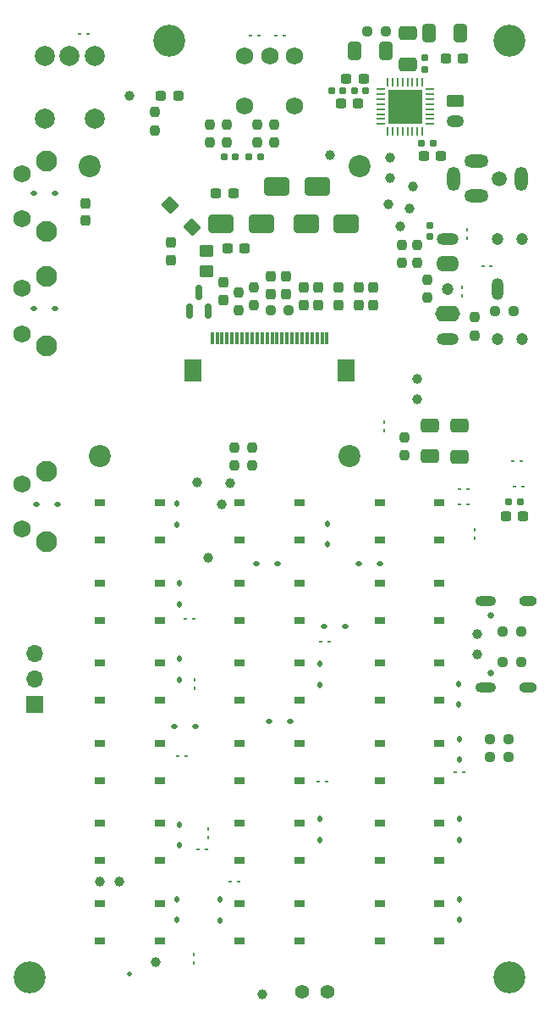
<source format=gts>
%TF.GenerationSoftware,KiCad,Pcbnew,9.0.2*%
%TF.CreationDate,2025-06-22T20:43:22-06:00*%
%TF.ProjectId,OSS Radio Hardware Design,4f535320-5261-4646-996f-204861726477,rev?*%
%TF.SameCoordinates,Original*%
%TF.FileFunction,Soldermask,Top*%
%TF.FilePolarity,Negative*%
%FSLAX46Y46*%
G04 Gerber Fmt 4.6, Leading zero omitted, Abs format (unit mm)*
G04 Created by KiCad (PCBNEW 9.0.2) date 2025-06-22 20:43:22*
%MOMM*%
%LPD*%
G01*
G04 APERTURE LIST*
G04 Aperture macros list*
%AMRoundRect*
0 Rectangle with rounded corners*
0 $1 Rounding radius*
0 $2 $3 $4 $5 $6 $7 $8 $9 X,Y pos of 4 corners*
0 Add a 4 corners polygon primitive as box body*
4,1,4,$2,$3,$4,$5,$6,$7,$8,$9,$2,$3,0*
0 Add four circle primitives for the rounded corners*
1,1,$1+$1,$2,$3*
1,1,$1+$1,$4,$5*
1,1,$1+$1,$6,$7*
1,1,$1+$1,$8,$9*
0 Add four rect primitives between the rounded corners*
20,1,$1+$1,$2,$3,$4,$5,0*
20,1,$1+$1,$4,$5,$6,$7,0*
20,1,$1+$1,$6,$7,$8,$9,0*
20,1,$1+$1,$8,$9,$2,$3,0*%
G04 Aperture macros list end*
%ADD10RoundRect,0.062500X0.062500X-0.117500X0.062500X0.117500X-0.062500X0.117500X-0.062500X-0.117500X0*%
%ADD11RoundRect,0.237500X-0.237500X0.300000X-0.237500X-0.300000X0.237500X-0.300000X0.237500X0.300000X0*%
%ADD12R,1.000000X0.750000*%
%ADD13RoundRect,0.237500X0.237500X-0.250000X0.237500X0.250000X-0.237500X0.250000X-0.237500X-0.250000X0*%
%ADD14C,1.000000*%
%ADD15RoundRect,0.237500X-0.300000X-0.237500X0.300000X-0.237500X0.300000X0.237500X-0.300000X0.237500X0*%
%ADD16RoundRect,0.062500X-0.117500X-0.062500X0.117500X-0.062500X0.117500X0.062500X-0.117500X0.062500X0*%
%ADD17RoundRect,0.237500X0.300000X0.237500X-0.300000X0.237500X-0.300000X-0.237500X0.300000X-0.237500X0*%
%ADD18RoundRect,0.237500X0.237500X-0.300000X0.237500X0.300000X-0.237500X0.300000X-0.237500X-0.300000X0*%
%ADD19RoundRect,0.250000X-0.450000X0.350000X-0.450000X-0.350000X0.450000X-0.350000X0.450000X0.350000X0*%
%ADD20RoundRect,0.112500X0.112500X-0.187500X0.112500X0.187500X-0.112500X0.187500X-0.112500X-0.187500X0*%
%ADD21RoundRect,0.237500X-0.237500X0.250000X-0.237500X-0.250000X0.237500X-0.250000X0.237500X0.250000X0*%
%ADD22C,2.200000*%
%ADD23RoundRect,0.155000X-0.212500X-0.155000X0.212500X-0.155000X0.212500X0.155000X-0.212500X0.155000X0*%
%ADD24RoundRect,0.062500X-0.062500X0.117500X-0.062500X-0.117500X0.062500X-0.117500X0.062500X0.117500X0*%
%ADD25RoundRect,0.250000X0.650000X-0.412500X0.650000X0.412500X-0.650000X0.412500X-0.650000X-0.412500X0*%
%ADD26C,3.200000*%
%ADD27RoundRect,0.062500X0.117500X0.062500X-0.117500X0.062500X-0.117500X-0.062500X0.117500X-0.062500X0*%
%ADD28RoundRect,0.250000X1.000000X0.650000X-1.000000X0.650000X-1.000000X-0.650000X1.000000X-0.650000X0*%
%ADD29RoundRect,0.195000X0.035355X-0.678823X0.678823X-0.035355X-0.035355X0.678823X-0.678823X0.035355X0*%
%ADD30RoundRect,0.237500X0.250000X0.237500X-0.250000X0.237500X-0.250000X-0.237500X0.250000X-0.237500X0*%
%ADD31RoundRect,0.112500X0.187500X0.112500X-0.187500X0.112500X-0.187500X-0.112500X0.187500X-0.112500X0*%
%ADD32RoundRect,0.062500X-0.337500X-0.062500X0.337500X-0.062500X0.337500X0.062500X-0.337500X0.062500X0*%
%ADD33RoundRect,0.062500X-0.062500X-0.337500X0.062500X-0.337500X0.062500X0.337500X-0.062500X0.337500X0*%
%ADD34R,3.500000X3.500000*%
%ADD35RoundRect,0.112500X-0.187500X-0.112500X0.187500X-0.112500X0.187500X0.112500X-0.187500X0.112500X0*%
%ADD36R,0.300000X1.300000*%
%ADD37R,1.800000X2.200000*%
%ADD38RoundRect,0.250000X0.412500X0.650000X-0.412500X0.650000X-0.412500X-0.650000X0.412500X-0.650000X0*%
%ADD39RoundRect,0.237500X-0.287500X-0.237500X0.287500X-0.237500X0.287500X0.237500X-0.287500X0.237500X0*%
%ADD40RoundRect,0.237500X-0.250000X-0.237500X0.250000X-0.237500X0.250000X0.237500X-0.250000X0.237500X0*%
%ADD41RoundRect,0.155000X0.212500X0.155000X-0.212500X0.155000X-0.212500X-0.155000X0.212500X-0.155000X0*%
%ADD42RoundRect,0.155000X-0.155000X0.212500X-0.155000X-0.212500X0.155000X-0.212500X0.155000X0.212500X0*%
%ADD43RoundRect,0.150000X0.150000X-0.587500X0.150000X0.587500X-0.150000X0.587500X-0.150000X-0.587500X0*%
%ADD44RoundRect,0.250000X-1.000000X-0.650000X1.000000X-0.650000X1.000000X0.650000X-1.000000X0.650000X0*%
%ADD45C,1.200000*%
%ADD46O,2.200000X1.200000*%
%ADD47O,2.300000X1.600000*%
%ADD48O,1.200000X2.200000*%
%ADD49O,2.500000X1.600000*%
%ADD50C,2.100000*%
%ADD51C,1.750000*%
%ADD52C,2.000000*%
%ADD53R,1.700000X1.700000*%
%ADD54O,1.700000X1.700000*%
%ADD55C,0.650000*%
%ADD56O,1.800000X1.000000*%
%ADD57O,2.100000X1.000000*%
%ADD58RoundRect,0.250000X-0.625000X0.350000X-0.625000X-0.350000X0.625000X-0.350000X0.625000X0.350000X0*%
%ADD59O,1.750000X1.200000*%
%ADD60C,1.500000*%
%ADD61O,1.312000X2.420000*%
%ADD62O,2.420000X1.312000*%
%ADD63C,0.500000*%
%ADD64C,1.400000*%
G04 APERTURE END LIST*
D10*
%TO.C,D45*%
X79400000Y-140780000D03*
X79400000Y-141620000D03*
%TD*%
D11*
%TO.C,C34*%
X87150000Y-73025000D03*
X87150000Y-74750000D03*
%TD*%
D12*
%TO.C,SW_UP1*%
X84000000Y-95625000D03*
X90000000Y-95625000D03*
X84000000Y-99375000D03*
X90000000Y-99375000D03*
%TD*%
D13*
%TO.C,R22*%
X81000000Y-59662500D03*
X81000000Y-57837500D03*
%TD*%
D14*
%TO.C,TP31*%
X86250000Y-144750000D03*
%TD*%
%TO.C,TP22*%
X80850000Y-101150000D03*
%TD*%
D15*
%TO.C,C70*%
X94687500Y-53250000D03*
X96412500Y-53250000D03*
%TD*%
D11*
%TO.C,C30*%
X97400000Y-74137500D03*
X97400000Y-75862500D03*
%TD*%
D16*
%TO.C,D40*%
X92920000Y-109500000D03*
X92080000Y-109500000D03*
%TD*%
D17*
%TO.C,C75*%
X106362500Y-51250000D03*
X104637500Y-51250000D03*
%TD*%
D16*
%TO.C,D49*%
X106840000Y-95750000D03*
X106000000Y-95750000D03*
%TD*%
D18*
%TO.C,C62*%
X68550000Y-67412500D03*
X68550000Y-65687500D03*
%TD*%
D19*
%TO.C,R13*%
X80650000Y-70500000D03*
X80650000Y-72500000D03*
%TD*%
D15*
%TO.C,C73*%
X102437500Y-61000000D03*
X104162500Y-61000000D03*
%TD*%
D20*
%TO.C,D9*%
X106000000Y-137300000D03*
X106000000Y-135200000D03*
%TD*%
D12*
%TO.C,SW_9*%
X98000000Y-127625000D03*
X104000000Y-127625000D03*
X98000000Y-131375000D03*
X104000000Y-131375000D03*
%TD*%
%TO.C,SW_5*%
X84000000Y-119625000D03*
X90000000Y-119625000D03*
X84000000Y-123375000D03*
X90000000Y-123375000D03*
%TD*%
D14*
%TO.C,TP10*%
X101000000Y-66250000D03*
%TD*%
D21*
%TO.C,R40*%
X85750000Y-57837500D03*
X85750000Y-59662500D03*
%TD*%
D13*
%TO.C,R24*%
X82750000Y-59662500D03*
X82750000Y-57837500D03*
%TD*%
D20*
%TO.C,D25*%
X92800000Y-99800000D03*
X92800000Y-97700000D03*
%TD*%
D18*
%TO.C,C36*%
X77150000Y-71362500D03*
X77150000Y-69637500D03*
%TD*%
D22*
%TO.C,H5*%
X69000000Y-62000000D03*
%TD*%
D13*
%TO.C,R15*%
X83900000Y-76412500D03*
X83900000Y-74587500D03*
%TD*%
D21*
%TO.C,R46*%
X101750000Y-69837500D03*
X101750000Y-71662500D03*
%TD*%
D12*
%TO.C,SW_0*%
X84000000Y-135625000D03*
X90000000Y-135625000D03*
X84000000Y-139375000D03*
X90000000Y-139375000D03*
%TD*%
D21*
%TO.C,R20*%
X107500000Y-77087500D03*
X107500000Y-78912500D03*
%TD*%
D14*
%TO.C,TP33*%
X107750000Y-108750000D03*
%TD*%
%TO.C,TP35*%
X73000000Y-55000000D03*
%TD*%
D23*
%TO.C,C71*%
X95482500Y-54500000D03*
X96617500Y-54500000D03*
%TD*%
D24*
%TO.C,D33*%
X106250000Y-74920000D03*
X106250000Y-74080000D03*
%TD*%
D17*
%TO.C,C26*%
X83362500Y-64750000D03*
X81637500Y-64750000D03*
%TD*%
D13*
%TO.C,R51*%
X75500000Y-58412500D03*
X75500000Y-56587500D03*
%TD*%
D25*
%TO.C,C79*%
X100800000Y-51812500D03*
X100800000Y-48687500D03*
%TD*%
D12*
%TO.C,SW_BACK1*%
X70000000Y-95625000D03*
X76000000Y-95625000D03*
X70000000Y-99375000D03*
X76000000Y-99375000D03*
%TD*%
D14*
%TO.C,TP16*%
X70000000Y-133500000D03*
%TD*%
D26*
%TO.C,H4*%
X63000000Y-143000000D03*
%TD*%
D15*
%TO.C,C28*%
X82787500Y-70250000D03*
X84512500Y-70250000D03*
%TD*%
D24*
%TO.C,D39*%
X79500000Y-114170000D03*
X79500000Y-113330000D03*
%TD*%
D21*
%TO.C,R44*%
X85250000Y-90087500D03*
X85250000Y-91912500D03*
%TD*%
D22*
%TO.C,H8*%
X70000000Y-91000000D03*
%TD*%
D20*
%TO.C,D8*%
X82000000Y-137325000D03*
X82000000Y-135225000D03*
%TD*%
D27*
%TO.C,D44*%
X83080000Y-133500000D03*
X83920000Y-133500000D03*
%TD*%
D14*
%TO.C,TP13*%
X101750000Y-85250000D03*
%TD*%
D15*
%TO.C,C65*%
X94137500Y-55750000D03*
X95862500Y-55750000D03*
%TD*%
D20*
%TO.C,D12*%
X78000000Y-129850000D03*
X78000000Y-127750000D03*
%TD*%
D28*
%TO.C,D58*%
X86150000Y-67750000D03*
X82150000Y-67750000D03*
%TD*%
D11*
%TO.C,C29*%
X82400000Y-73637500D03*
X82400000Y-75362500D03*
%TD*%
D29*
%TO.C,L2*%
X79250000Y-68100000D03*
X77050000Y-65900000D03*
%TD*%
D20*
%TO.C,D23*%
X77750000Y-97800000D03*
X77750000Y-95700000D03*
%TD*%
D30*
%TO.C,R45*%
X111412500Y-76500000D03*
X109587500Y-76500000D03*
%TD*%
D12*
%TO.C,SW_7*%
X70000000Y-127625000D03*
X76000000Y-127625000D03*
X70000000Y-131375000D03*
X76000000Y-131375000D03*
%TD*%
%TO.C,SW_3*%
X98000000Y-111625000D03*
X104000000Y-111625000D03*
X98000000Y-115375000D03*
X104000000Y-115375000D03*
%TD*%
D31*
%TO.C,D17*%
X79550000Y-118000000D03*
X77450000Y-118000000D03*
%TD*%
D12*
%TO.C,SW_8*%
X84000000Y-127625000D03*
X90000000Y-127625000D03*
X84000000Y-131375000D03*
X90000000Y-131375000D03*
%TD*%
D13*
%TO.C,R14*%
X85400000Y-75912500D03*
X85400000Y-74087500D03*
%TD*%
D32*
%TO.C,U12*%
X98100000Y-54300000D03*
X98100000Y-54800000D03*
X98100000Y-55300000D03*
X98100000Y-55800000D03*
X98100000Y-56300000D03*
X98100000Y-56800000D03*
X98100000Y-57300000D03*
X98100000Y-57800000D03*
D33*
X98800000Y-58500000D03*
X99300000Y-58500000D03*
X99800000Y-58500000D03*
X100300000Y-58500000D03*
X100800000Y-58500000D03*
X101300000Y-58500000D03*
X101800000Y-58500000D03*
X102300000Y-58500000D03*
D32*
X103000000Y-57800000D03*
X103000000Y-57300000D03*
X103000000Y-56800000D03*
X103000000Y-56300000D03*
X103000000Y-55800000D03*
X103000000Y-55300000D03*
X103000000Y-54800000D03*
X103000000Y-54300000D03*
D33*
X102300000Y-53600000D03*
X101800000Y-53600000D03*
X101300000Y-53600000D03*
X100800000Y-53600000D03*
X100300000Y-53600000D03*
X99800000Y-53600000D03*
X99300000Y-53600000D03*
X98800000Y-53600000D03*
D34*
X100550000Y-56050000D03*
%TD*%
D35*
%TO.C,D27*%
X95950000Y-101750000D03*
X98050000Y-101750000D03*
%TD*%
%TO.C,D21*%
X92450000Y-108000000D03*
X94550000Y-108000000D03*
%TD*%
D36*
%TO.C,J3*%
X81250000Y-79150000D03*
X81750000Y-79150000D03*
X82250000Y-79150000D03*
X82750000Y-79150000D03*
X83250000Y-79150000D03*
X83750000Y-79150000D03*
X84250000Y-79150000D03*
X84750000Y-79150000D03*
X85250000Y-79150000D03*
X85750000Y-79150000D03*
X86250000Y-79150000D03*
X86750000Y-79150000D03*
X87250000Y-79150000D03*
X87750000Y-79150000D03*
X88250000Y-79150000D03*
X88750000Y-79150000D03*
X89250000Y-79150000D03*
X89750000Y-79150000D03*
X90250000Y-79150000D03*
X90750000Y-79150000D03*
X91250000Y-79150000D03*
X91750000Y-79150000D03*
X92250000Y-79150000D03*
X92750000Y-79150000D03*
D37*
X79350000Y-82400000D03*
X94650000Y-82400000D03*
%TD*%
D22*
%TO.C,H6*%
X96000000Y-62000000D03*
%TD*%
D38*
%TO.C,C72*%
X106062500Y-48750000D03*
X102937500Y-48750000D03*
%TD*%
D14*
%TO.C,TP20*%
X79750000Y-93600000D03*
%TD*%
D39*
%TO.C,D32*%
X76125000Y-55000000D03*
X77875000Y-55000000D03*
%TD*%
D27*
%TO.C,D42*%
X77780000Y-120900000D03*
X78620000Y-120900000D03*
%TD*%
D14*
%TO.C,TP27*%
X101350000Y-64050000D03*
%TD*%
D11*
%TO.C,C33*%
X88650000Y-73025000D03*
X88650000Y-74750000D03*
%TD*%
D12*
%TO.C,SW_\u002A1*%
X70000000Y-135625000D03*
X76000000Y-135625000D03*
X70000000Y-139375000D03*
X76000000Y-139375000D03*
%TD*%
%TO.C,SW_ENTER1*%
X98000000Y-95625000D03*
X104000000Y-95625000D03*
X98000000Y-99375000D03*
X104000000Y-99375000D03*
%TD*%
D27*
%TO.C,D35*%
X79830000Y-130250000D03*
X80670000Y-130250000D03*
%TD*%
D26*
%TO.C,H1*%
X111000000Y-49500000D03*
%TD*%
D40*
%TO.C,R8*%
X110337500Y-108500000D03*
X112162500Y-108500000D03*
%TD*%
D12*
%TO.C,SW_#1*%
X98000000Y-135625000D03*
X104000000Y-135625000D03*
X98000000Y-139375000D03*
X104000000Y-139375000D03*
%TD*%
%TO.C,SW_RIGHT1*%
X98000000Y-103625000D03*
X104000000Y-103625000D03*
X98000000Y-107375000D03*
X104000000Y-107375000D03*
%TD*%
D20*
%TO.C,D24*%
X77950000Y-105800000D03*
X77950000Y-103700000D03*
%TD*%
D21*
%TO.C,R43*%
X83500000Y-90087500D03*
X83500000Y-91912500D03*
%TD*%
D14*
%TO.C,TP17*%
X75625000Y-141500000D03*
%TD*%
D20*
%TO.C,D11*%
X92000000Y-129300000D03*
X92000000Y-127200000D03*
%TD*%
D31*
%TO.C,D20*%
X65500000Y-64750000D03*
X63400000Y-64750000D03*
%TD*%
D41*
%TO.C,C77*%
X94317500Y-54500000D03*
X93182500Y-54500000D03*
%TD*%
D11*
%TO.C,C27*%
X95900000Y-74137500D03*
X95900000Y-75862500D03*
%TD*%
D17*
%TO.C,C39*%
X112362500Y-97000000D03*
X110637500Y-97000000D03*
%TD*%
D40*
%TO.C,R16*%
X87100000Y-76387500D03*
X88925000Y-76387500D03*
%TD*%
D12*
%TO.C,SW_2*%
X84000000Y-111625000D03*
X90000000Y-111625000D03*
X84000000Y-115375000D03*
X90000000Y-115375000D03*
%TD*%
D42*
%TO.C,C76*%
X102550000Y-51182500D03*
X102550000Y-52317500D03*
%TD*%
D20*
%TO.C,D19*%
X106000000Y-121300000D03*
X106000000Y-119200000D03*
%TD*%
D16*
%TO.C,D34*%
X109170000Y-72000000D03*
X108330000Y-72000000D03*
%TD*%
D27*
%TO.C,D43*%
X91830000Y-123500000D03*
X92670000Y-123500000D03*
%TD*%
D20*
%TO.C,D4*%
X77700000Y-137300000D03*
X77700000Y-135200000D03*
%TD*%
D13*
%TO.C,R47*%
X102750000Y-75162500D03*
X102750000Y-73337500D03*
%TD*%
D28*
%TO.C,D57*%
X91750000Y-64000000D03*
X87750000Y-64000000D03*
%TD*%
D13*
%TO.C,R21*%
X87500000Y-59662500D03*
X87500000Y-57837500D03*
%TD*%
D12*
%TO.C,SW_LEFT1*%
X70000000Y-103625000D03*
X76000000Y-103625000D03*
X70000000Y-107375000D03*
X76000000Y-107375000D03*
%TD*%
D22*
%TO.C,H7*%
X95000000Y-91000000D03*
%TD*%
D14*
%TO.C,TP29*%
X98925000Y-65850000D03*
%TD*%
D27*
%TO.C,D50*%
X111330000Y-91500000D03*
X112170000Y-91500000D03*
%TD*%
D12*
%TO.C,SW_DOWN1*%
X84000000Y-103625000D03*
X90000000Y-103625000D03*
X84000000Y-107375000D03*
X90000000Y-107375000D03*
%TD*%
D14*
%TO.C,TP41*%
X72000000Y-133500000D03*
%TD*%
D20*
%TO.C,D14*%
X105900000Y-115800000D03*
X105900000Y-113700000D03*
%TD*%
D35*
%TO.C,D18*%
X86950000Y-117500000D03*
X89050000Y-117500000D03*
%TD*%
D21*
%TO.C,R52*%
X100250000Y-69837500D03*
X100250000Y-71662500D03*
%TD*%
D16*
%TO.C,D38*%
X106420000Y-122500000D03*
X105580000Y-122500000D03*
%TD*%
D31*
%TO.C,D13*%
X65800000Y-95750000D03*
X63700000Y-95750000D03*
%TD*%
D16*
%TO.C,D46*%
X88500000Y-49000000D03*
X87660000Y-49000000D03*
%TD*%
D20*
%TO.C,D10*%
X106000000Y-129300000D03*
X106000000Y-127200000D03*
%TD*%
D14*
%TO.C,TP28*%
X99100000Y-63150000D03*
%TD*%
D20*
%TO.C,D15*%
X92000000Y-113800000D03*
X92000000Y-111700000D03*
%TD*%
D14*
%TO.C,TP21*%
X83025000Y-93675000D03*
%TD*%
D31*
%TO.C,D28*%
X65550000Y-76250000D03*
X63450000Y-76250000D03*
%TD*%
D23*
%TO.C,C81*%
X84932500Y-61087500D03*
X86067500Y-61087500D03*
%TD*%
D14*
%TO.C,TP19*%
X82250000Y-95750000D03*
%TD*%
D11*
%TO.C,C31*%
X93900000Y-74137500D03*
X93900000Y-75862500D03*
%TD*%
D14*
%TO.C,TP32*%
X107750000Y-110750000D03*
%TD*%
D10*
%TO.C,D52*%
X107500000Y-98330000D03*
X107500000Y-99170000D03*
%TD*%
D41*
%TO.C,C38*%
X112067500Y-95500000D03*
X110932500Y-95500000D03*
%TD*%
D43*
%TO.C,Q1*%
X78950000Y-76500000D03*
X80850000Y-76500000D03*
X79900000Y-74625000D03*
%TD*%
D12*
%TO.C,SW_4*%
X70000000Y-119625000D03*
X76000000Y-119625000D03*
X70000000Y-123375000D03*
X76000000Y-123375000D03*
%TD*%
D11*
%TO.C,C35*%
X90400000Y-74137500D03*
X90400000Y-75862500D03*
%TD*%
D27*
%TO.C,D31*%
X67980000Y-48800000D03*
X68820000Y-48800000D03*
%TD*%
D14*
%TO.C,TP9*%
X100050000Y-68050000D03*
%TD*%
D26*
%TO.C,H2*%
X111000000Y-143000000D03*
%TD*%
D11*
%TO.C,C32*%
X91900000Y-74137500D03*
X91900000Y-75862500D03*
%TD*%
D24*
%TO.C,D48*%
X98500000Y-88420000D03*
X98500000Y-87580000D03*
%TD*%
D23*
%TO.C,C74*%
X102232500Y-59750000D03*
X103367500Y-59750000D03*
%TD*%
D16*
%TO.C,D51*%
X106840000Y-94250000D03*
X106000000Y-94250000D03*
%TD*%
D30*
%TO.C,R42*%
X98625000Y-48500000D03*
X96800000Y-48500000D03*
%TD*%
%TO.C,R9*%
X112162500Y-111500000D03*
X110337500Y-111500000D03*
%TD*%
D12*
%TO.C,SW_1*%
X70000000Y-111625000D03*
X76000000Y-111625000D03*
X70000000Y-115375000D03*
X76000000Y-115375000D03*
%TD*%
D40*
%TO.C,R27*%
X109087500Y-119250000D03*
X110912500Y-119250000D03*
%TD*%
D13*
%TO.C,R19*%
X100500000Y-90912500D03*
X100500000Y-89087500D03*
%TD*%
D12*
%TO.C,SW_6*%
X98000000Y-119625000D03*
X104000000Y-119625000D03*
X98000000Y-123375000D03*
X104000000Y-123375000D03*
%TD*%
D26*
%TO.C,H3*%
X77000000Y-49500000D03*
%TD*%
D24*
%TO.C,D36*%
X106750000Y-69170000D03*
X106750000Y-68330000D03*
%TD*%
D27*
%TO.C,D41*%
X78580000Y-107250000D03*
X79420000Y-107250000D03*
%TD*%
D44*
%TO.C,D56*%
X90650000Y-67750000D03*
X94650000Y-67750000D03*
%TD*%
D25*
%TO.C,C40*%
X106000000Y-91062500D03*
X106000000Y-87937500D03*
%TD*%
D20*
%TO.C,D16*%
X78000000Y-113300000D03*
X78000000Y-111200000D03*
%TD*%
D27*
%TO.C,D53*%
X111500000Y-94000000D03*
X112340000Y-94000000D03*
%TD*%
D35*
%TO.C,D22*%
X85700000Y-101750000D03*
X87800000Y-101750000D03*
%TD*%
D14*
%TO.C,TP14*%
X101750000Y-83250000D03*
%TD*%
D10*
%TO.C,D37*%
X80850000Y-128180000D03*
X80850000Y-129020000D03*
%TD*%
D23*
%TO.C,C82*%
X82432500Y-61087500D03*
X83567500Y-61087500D03*
%TD*%
D14*
%TO.C,TP26*%
X93025000Y-60875000D03*
%TD*%
D42*
%TO.C,C80*%
X103000000Y-67932500D03*
X103000000Y-69067500D03*
%TD*%
D30*
%TO.C,R26*%
X110912500Y-121000000D03*
X109087500Y-121000000D03*
%TD*%
D27*
%TO.C,D47*%
X85080000Y-49000000D03*
X85920000Y-49000000D03*
%TD*%
D38*
%TO.C,C90*%
X98612500Y-50500000D03*
X95487500Y-50500000D03*
%TD*%
D25*
%TO.C,C42*%
X103000000Y-91000000D03*
X103000000Y-87875000D03*
%TD*%
D14*
%TO.C,TP42*%
X99100000Y-61150000D03*
%TD*%
D45*
%TO.C,J8*%
X112275000Y-69250000D03*
X109775000Y-69250000D03*
X104775000Y-74250000D03*
X112275000Y-79250000D03*
X109775000Y-79250000D03*
D46*
X104775000Y-69250000D03*
D47*
X104775000Y-71750000D03*
D48*
X109775000Y-74250000D03*
D46*
X104775000Y-79250000D03*
D49*
X104775000Y-76750000D03*
%TD*%
D50*
%TO.C,SW_SIDE1*%
X64702500Y-61475000D03*
X64702500Y-68485000D03*
D51*
X62212500Y-62725000D03*
X62212500Y-67225000D03*
%TD*%
D52*
%TO.C,U11*%
X64500000Y-51000000D03*
X67000000Y-51000000D03*
X69500000Y-51000000D03*
X64500000Y-57250000D03*
X69500000Y-57250000D03*
%TD*%
D53*
%TO.C,J1*%
X63500000Y-115775000D03*
D54*
X63500000Y-113235000D03*
X63500000Y-110695000D03*
%TD*%
D55*
%TO.C,J2*%
X109170000Y-106860000D03*
X109170000Y-112640000D03*
D56*
X112850000Y-105430000D03*
D57*
X108650000Y-105430000D03*
D56*
X112850000Y-114070000D03*
D57*
X108650000Y-114070000D03*
%TD*%
D58*
%TO.C,J6*%
X105550000Y-55500000D03*
D59*
X105550000Y-57500000D03*
%TD*%
D60*
%TO.C,J7*%
X109975000Y-63250000D03*
D61*
X112175000Y-63250000D03*
D62*
X107675000Y-65000000D03*
X107675000Y-61500000D03*
D61*
X105375000Y-63250000D03*
%TD*%
D50*
%TO.C,SW_PTT1*%
X64702500Y-72975000D03*
X64702500Y-79985000D03*
D51*
X62212500Y-74225000D03*
X62212500Y-78725000D03*
%TD*%
D63*
%TO.C,U8*%
X73000000Y-142710000D03*
%TD*%
D50*
%TO.C,SW_SIDE2*%
X64702500Y-92475000D03*
X64702500Y-99485000D03*
D51*
X62212500Y-93725000D03*
X62212500Y-98225000D03*
%TD*%
D64*
%TO.C,J9*%
X90250000Y-144500000D03*
X92790000Y-144500000D03*
%TD*%
D51*
%TO.C,SW1*%
X84500000Y-51000000D03*
X89500000Y-51000000D03*
X87000000Y-51000000D03*
X84500000Y-56000000D03*
X89500000Y-56000000D03*
%TD*%
M02*

</source>
